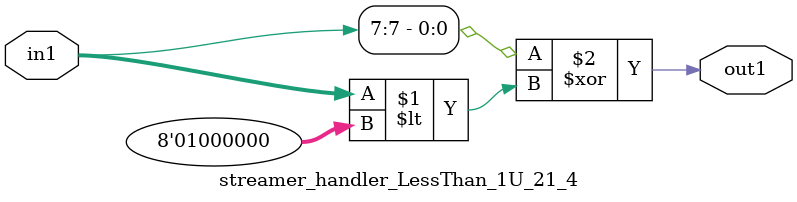
<source format=v>

`timescale 1ps / 1ps


module streamer_handler_LessThan_1U_21_4( in1, out1 );

    input [7:0] in1;
    output out1;

    
    // rtl_process:streamer_handler_LessThan_1U_21_4/streamer_handler_LessThan_1U_21_4_thread_1
    assign out1 = (in1[7] ^ in1 < 8'd064);

endmodule



</source>
